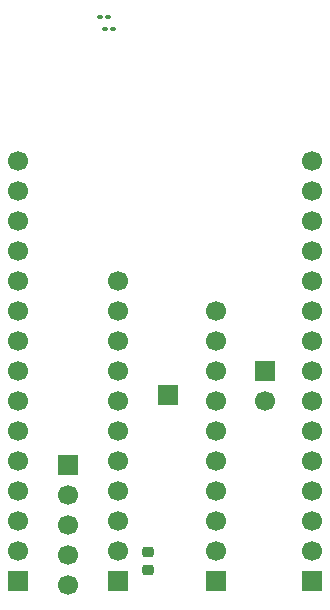
<source format=gbs>
G04 #@! TF.GenerationSoftware,KiCad,Pcbnew,9.0.2*
G04 #@! TF.CreationDate,2025-08-01T14:32:08+08:00*
G04 #@! TF.ProjectId,STM32WB5MMG_Breakout_Board,53544d33-3257-4423-954d-4d475f427265,rev?*
G04 #@! TF.SameCoordinates,Original*
G04 #@! TF.FileFunction,Soldermask,Bot*
G04 #@! TF.FilePolarity,Negative*
%FSLAX46Y46*%
G04 Gerber Fmt 4.6, Leading zero omitted, Abs format (unit mm)*
G04 Created by KiCad (PCBNEW 9.0.2) date 2025-08-01 14:32:08*
%MOMM*%
%LPD*%
G01*
G04 APERTURE LIST*
G04 Aperture macros list*
%AMRoundRect*
0 Rectangle with rounded corners*
0 $1 Rounding radius*
0 $2 $3 $4 $5 $6 $7 $8 $9 X,Y pos of 4 corners*
0 Add a 4 corners polygon primitive as box body*
4,1,4,$2,$3,$4,$5,$6,$7,$8,$9,$2,$3,0*
0 Add four circle primitives for the rounded corners*
1,1,$1+$1,$2,$3*
1,1,$1+$1,$4,$5*
1,1,$1+$1,$6,$7*
1,1,$1+$1,$8,$9*
0 Add four rect primitives between the rounded corners*
20,1,$1+$1,$2,$3,$4,$5,0*
20,1,$1+$1,$4,$5,$6,$7,0*
20,1,$1+$1,$6,$7,$8,$9,0*
20,1,$1+$1,$8,$9,$2,$3,0*%
G04 Aperture macros list end*
%ADD10R,1.700000X1.700000*%
%ADD11C,1.700000*%
%ADD12RoundRect,0.100000X0.130000X0.100000X-0.130000X0.100000X-0.130000X-0.100000X0.130000X-0.100000X0*%
%ADD13RoundRect,0.100000X-0.130000X-0.100000X0.130000X-0.100000X0.130000X0.100000X-0.130000X0.100000X0*%
%ADD14RoundRect,0.225000X-0.250000X0.225000X-0.250000X-0.225000X0.250000X-0.225000X0.250000X0.225000X0*%
G04 APERTURE END LIST*
D10*
X161400000Y-108160000D03*
D11*
X161400000Y-110700000D03*
D10*
X153200000Y-110200000D03*
X144700000Y-116140000D03*
D11*
X144700000Y-118680000D03*
X144700000Y-121220000D03*
X144700000Y-123760000D03*
X144700000Y-126300000D03*
D10*
X140500000Y-125900000D03*
D11*
X140500000Y-123360000D03*
X140500000Y-120820000D03*
X140500000Y-118280000D03*
X140500000Y-115740000D03*
X140500000Y-113200000D03*
X140500000Y-110660000D03*
X140500000Y-108120000D03*
X140500000Y-105580000D03*
X140500000Y-103040000D03*
X140500000Y-100500000D03*
X140500000Y-97960000D03*
X140500000Y-95420000D03*
X140500000Y-92880000D03*
X140500000Y-90340000D03*
D10*
X165430000Y-125900000D03*
D11*
X165430000Y-123360000D03*
X165430000Y-120820000D03*
X165430000Y-118280000D03*
X165430000Y-115740000D03*
X165430000Y-113200000D03*
X165430000Y-110660000D03*
X165430000Y-108120000D03*
X165430000Y-105580000D03*
X165430000Y-103040000D03*
X165430000Y-100500000D03*
X165430000Y-97960000D03*
X165430000Y-95420000D03*
X165430000Y-92880000D03*
X165430000Y-90340000D03*
D12*
X148090000Y-78170000D03*
X147450000Y-78170000D03*
D10*
X157300000Y-125910000D03*
D11*
X157300000Y-123370000D03*
X157300000Y-120830000D03*
X157300000Y-118290000D03*
X157300000Y-115750000D03*
X157300000Y-113210000D03*
X157300000Y-110670000D03*
X157300000Y-108130000D03*
X157300000Y-105590000D03*
X157300000Y-103050000D03*
D13*
X147870000Y-79230000D03*
X148510000Y-79230000D03*
D14*
X151500000Y-123445000D03*
X151500000Y-124995000D03*
D10*
X149000000Y-125910000D03*
D11*
X149000000Y-123370000D03*
X149000000Y-120830000D03*
X149000000Y-118290000D03*
X149000000Y-115750000D03*
X149000000Y-113210000D03*
X149000000Y-110670000D03*
X149000000Y-108130000D03*
X149000000Y-105590000D03*
X149000000Y-103050000D03*
X149000000Y-100510000D03*
M02*

</source>
